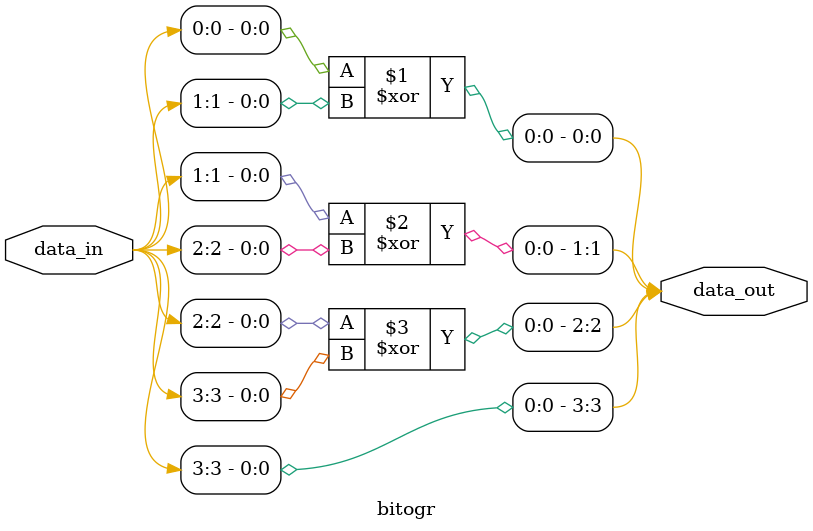
<source format=v>
module bitogr #(parameter N = 4)(input [N-1:0] data_in, output[N-1:0]data_out);
genvar i;                            
assign data_out[N-1] = data_in[N-1];
generate 
for (i = 0; i<N-1; i= i+1)begin :loop
assign data_out [i] = data_in[i] ^ data_in[i+1];
end 
endgenerate
endmodule

</source>
